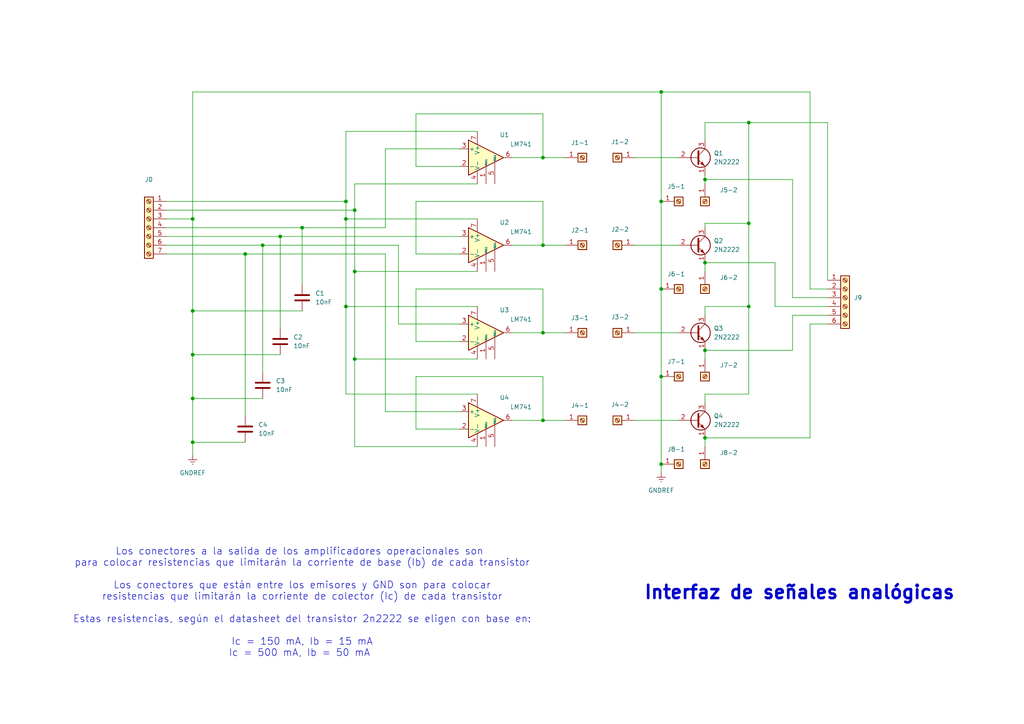
<source format=kicad_sch>
(kicad_sch (version 20250114) (generator "eeschema") (generator_version "9.0")
  (paper "A4")
  (title_block (title "Interfaz analógica") (date "2025-09-15") (company "Digicontrol"))
  (lib_symbols
    (symbol "Amplifier_Operational:LM741" (pin_names (offset 0.127))
      (property "Reference" "U" (at 0 6.35 0))
      (property "Value" "LM741" (at 0 3.81 0))
      (symbol "LM741_0_1"
        (polyline (pts (xy -5.08 5.08) (xy 5.08 0) (xy -5.08 -5.08) (xy -5.08 5.08)) (stroke (width 0.254)) (fill (type background)))
      )
      (symbol "LM741_1_1"
        (pin input line (at -7.62 2.54 0) (length 2.54) (name "+") (number "3"))
        (pin input line (at -7.62 -2.54 0) (length 2.54) (name "-") (number "2"))
        (pin power_in line (at -2.54 7.62 270) (length 3.81) (name "V+") (number "7"))
        (pin power_in line (at -2.54 -7.62 90) (length 3.81) (name "V-") (number "4"))
        (pin no_connect line (at 0 2.54 270) (length 2.54) (hide yes) (name "NC") (number "8"))
        (pin input line (at 0 -7.62 90) (length 5.08) (name "NULL") (number "1"))
        (pin input line (at 2.54 -7.62 90) (length 6.35) (name "NULL") (number "5"))
        (pin output line (at 7.62 0 180) (length 2.54) (name "~") (number "6"))
      )
    )
    (symbol "Connector:Screw_Terminal_01x01" (pin_names (offset 1.016) (hide yes))
      (property "Reference" "J" (at 0 2.54 0))
      (property "Value" "Screw_Terminal_01x01" (at 0 -2.54 0))
      (symbol "Screw_Terminal_01x01_1_1"
        (rectangle (start -1.27 1.27) (end 1.27 -1.27) (stroke (width 0.254)) (fill (type background)))
        (polyline (pts (xy -0.5334 0.3302) (xy 0.3302 -0.508)) (stroke (width 0.1524)))
        (polyline (pts (xy -0.3556 0.508) (xy 0.508 -0.3302)) (stroke (width 0.1524)))
        (circle (center 0 0) (radius 0.635) (stroke (width 0.1524)))
        (pin passive line (at -5.08 0 0) (length 3.81) (name "Pin_1") (number "1"))
      )
    )
    (symbol "Connector:Screw_Terminal_01x06" (pin_names (offset 1.016) (hide yes))
      (property "Reference" "J" (at 0 7.62 0))
      (property "Value" "Screw_Terminal_01x06" (at 0 -10.16 0))
      (symbol "Screw_Terminal_01x06_1_1"
        (rectangle (start -1.27 6.35) (end 1.27 -8.89) (stroke (width 0.254)) (fill (type background)))
        (polyline (pts (xy -0.5334 5.4102) (xy 0.3302 4.572)) (stroke (width 0.1524)))
        (polyline (pts (xy -0.5334 2.8702) (xy 0.3302 2.032)) (stroke (width 0.1524)))
        (polyline (pts (xy -0.5334 0.3302) (xy 0.3302 -0.508)) (stroke (width 0.1524)))
        (polyline (pts (xy -0.5334 -2.2098) (xy 0.3302 -3.048)) (stroke (width 0.1524)))
        (polyline (pts (xy -0.5334 -4.7498) (xy 0.3302 -5.588)) (stroke (width 0.1524)))
        (polyline (pts (xy -0.5334 -7.2898) (xy 0.3302 -8.128)) (stroke (width 0.1524)))
        (polyline (pts (xy -0.3556 5.588) (xy 0.508 4.7498)) (stroke (width 0.1524)))
        (polyline (pts (xy -0.3556 3.048) (xy 0.508 2.2098)) (stroke (width 0.1524)))
        (polyline (pts (xy -0.3556 0.508) (xy 0.508 -0.3302)) (stroke (width 0.1524)))
        (polyline (pts (xy -0.3556 -2.032) (xy 0.508 -2.8702)) (stroke (width 0.1524)))
        (polyline (pts (xy -0.3556 -4.572) (xy 0.508 -5.4102)) (stroke (width 0.1524)))
        (polyline (pts (xy -0.3556 -7.112) (xy 0.508 -7.9502)) (stroke (width 0.1524)))
        (circle (center 0 5.08) (radius 0.635) (stroke (width 0.1524)))
        (circle (center 0 2.54) (radius 0.635) (stroke (width 0.1524)))
        (circle (center 0 0) (radius 0.635) (stroke (width 0.1524)))
        (circle (center 0 -2.54) (radius 0.635) (stroke (width 0.1524)))
        (circle (center 0 -5.08) (radius 0.635) (stroke (width 0.1524)))
        (circle (center 0 -7.62) (radius 0.635) (stroke (width 0.1524)))
        (pin passive line (at -5.08 5.08 0) (length 3.81) (name "Pin_1") (number "1"))
        (pin passive line (at -5.08 2.54 0) (length 3.81) (name "Pin_2") (number "2"))
        (pin passive line (at -5.08 0 0) (length 3.81) (name "Pin_3") (number "3"))
        (pin passive line (at -5.08 -2.54 0) (length 3.81) (name "Pin_4") (number "4"))
        (pin passive line (at -5.08 -5.08 0) (length 3.81) (name "Pin_5") (number "5"))
        (pin passive line (at -5.08 -7.62 0) (length 3.81) (name "Pin_6") (number "6"))
      )
    )
    (symbol "Connector:Screw_Terminal_01x07" (pin_names (offset 1.016) (hide yes))
      (property "Reference" "J0" (at 0 -13.97 0))
      (property "Value" "Screw_Terminal_01x07" (at 0 -11.43 0))
      (symbol "Screw_Terminal_01x07_1_1"
        (rectangle (start -1.27 8.89) (end 1.27 -8.89) (stroke (width 0.254)) (fill (type background)))
        (polyline (pts (xy -0.5334 7.9502) (xy 0.3302 7.112)) (stroke (width 0.1524)))
        (polyline (pts (xy -0.5334 5.4102) (xy 0.3302 4.572)) (stroke (width 0.1524)))
        (polyline (pts (xy -0.5334 2.8702) (xy 0.3302 2.032)) (stroke (width 0.1524)))
        (polyline (pts (xy -0.5334 0.3302) (xy 0.3302 -0.508)) (stroke (width 0.1524)))
        (polyline (pts (xy -0.5334 -2.2098) (xy 0.3302 -3.048)) (stroke (width 0.1524)))
        (polyline (pts (xy -0.5334 -4.7498) (xy 0.3302 -5.588)) (stroke (width 0.1524)))
        (polyline (pts (xy -0.5334 -7.2898) (xy 0.3302 -8.128)) (stroke (width 0.1524)))
        (polyline (pts (xy -0.3556 8.128) (xy 0.508 7.2898)) (stroke (width 0.1524)))
        (polyline (pts (xy -0.3556 5.588) (xy 0.508 4.7498)) (stroke (width 0.1524)))
        (polyline (pts (xy -0.3556 3.048) (xy 0.508 2.2098)) (stroke (width 0.1524)))
        (polyline (pts (xy -0.3556 0.508) (xy 0.508 -0.3302)) (stroke (width 0.1524)))
        (polyline (pts (xy -0.3556 -2.032) (xy 0.508 -2.8702)) (stroke (width 0.1524)))
        (polyline (pts (xy -0.3556 -4.572) (xy 0.508 -5.4102)) (stroke (width 0.1524)))
        (polyline (pts (xy -0.3556 -7.112) (xy 0.508 -7.9502)) (stroke (width 0.1524)))
        (circle (center 0 7.62) (radius 0.635) (stroke (width 0.1524)))
        (circle (center 0 5.08) (radius 0.635) (stroke (width 0.1524)))
        (circle (center 0 2.54) (radius 0.635) (stroke (width 0.1524)))
        (circle (center 0 0) (radius 0.635) (stroke (width 0.1524)))
        (circle (center 0 -2.54) (radius 0.635) (stroke (width 0.1524)))
        (circle (center 0 -5.08) (radius 0.635) (stroke (width 0.1524)))
        (circle (center 0 -7.62) (radius 0.635) (stroke (width 0.1524)))
        (pin passive line (at -5.08 7.62 0) (length 3.81) (name "Pin_7") (number "7"))
        (pin passive line (at -5.08 5.08 0) (length 3.81) (name "Pin_6") (number "6"))
        (pin passive line (at -5.08 2.54 0) (length 3.81) (name "Pin_5") (number "5"))
        (pin passive line (at -5.08 0 0) (length 3.81) (name "Pin_4") (number "4"))
        (pin passive line (at -5.08 -2.54 0) (length 3.81) (name "Pin_3") (number "3"))
        (pin passive line (at -5.08 -5.08 0) (length 3.81) (name "Pin_2") (number "2"))
        (pin passive line (at -5.08 -7.62 0) (length 3.81) (name "Pin_1") (number "1"))
      )
    )
    (symbol "Device:C" (pin_numbers (hide yes)) (pin_names (offset 0.254))
      (property "Reference" "C" (at 0.635 2.54 0))
      (property "Value" "C" (at 0.635 -2.54 0))
      (symbol "C_0_1"
        (polyline (pts (xy -2.032 0.762) (xy 2.032 0.762)) (stroke (width 0.508)))
        (polyline (pts (xy -2.032 -0.762) (xy 2.032 -0.762)) (stroke (width 0.508)))
      )
      (symbol "C_1_1"
        (pin passive line (at 0 3.81 270) (length 2.794) (name "~") (number "1"))
        (pin passive line (at 0 -3.81 90) (length 2.794) (name "~") (number "2"))
      )
    )
    (symbol "Transistor_BJT:2N2219" (pin_names (offset 0) (hide yes))
      (property "Reference" "Q" (at 5.08 1.905 0))
      (property "Value" "2N2219" (at 5.08 0 0))
      (symbol "2N2219_0_1"
        (polyline (pts (xy -2.54 0) (xy 0.635 0)))
        (polyline (pts (xy 0.635 1.905) (xy 0.635 -1.905)) (stroke (width 0.508)))
        (circle (center 1.27 0) (radius 2.8194) (stroke (width 0.254)))
      )
      (symbol "2N2219_1_1"
        (polyline (pts (xy 0.635 0.635) (xy 2.54 2.54)))
        (polyline (pts (xy 0.635 -0.635) (xy 2.54 -2.54)))
        (polyline (pts (xy 1.27 -1.778) (xy 1.778 -1.27) (xy 2.286 -2.286) (xy 1.27 -1.778)) (fill (type outline)))
        (pin input line (at -5.08 0 0) (length 2.54) (name "B") (number "2"))
        (pin passive line (at 2.54 5.08 270) (length 2.54) (name "C") (number "3"))
        (pin passive line (at 2.54 -5.08 90) (length 2.54) (name "E") (number "1"))
      )
    )
    (symbol "power:GNDREF" (power) (pin_numbers (hide yes)) (pin_names (offset 0) (hide yes))
      (property "Value" "GNDREF" (at 0 -3.81 0))
      (symbol "GNDREF_0_1"
        (polyline (pts (xy -0.635 -1.905) (xy 0.635 -1.905)))
        (polyline (pts (xy -0.127 -2.54) (xy 0.127 -2.54)))
        (polyline (pts (xy 0 -1.27) (xy 0 0)))
        (polyline (pts (xy 1.27 -1.27) (xy -1.27 -1.27)))
      )
      (symbol "GNDREF_1_1"
        (pin power_in line (at 0 0 270) (length 0) (name "~") (number "1"))
      )
    )
  )
  (text "Los conectores a la salida de los amplificadores operacionales son \npara colocar resistencias que limitarán la corriente de base (Ib) de cada transistor\n\nLos conectores que están entre los emisores y GND son para colocar\nresistencias que limitarán la corriente de colector (Ic) de cada transistor\n\nEstas resistencias, según el datasheet del transistor 2n2222 se eligen con base en:\n\nIc = 150 mA, Ib = 15 mA\nIc = 500 mA, Ib = 50 mA \n" (at 87.63 174.752 0) (effects (font (size 2.032 2.032))))
  (text "Interfaz de señales analógicas" (at 231.902 171.958 0) (effects (font (size 3.81 3.81) (thickness 0.762) (bold yes))))
  (junction (at 157.48 45.72))
  (junction (at 191.77 83.82))
  (junction (at 217.17 64.77))
  (junction (at 100.33 88.9))
  (junction (at 191.77 26.67))
  (junction (at 55.88 90.17))
  (junction (at 204.47 52.07))
  (junction (at 55.88 102.87))
  (junction (at 102.87 60.96))
  (junction (at 102.87 78.74))
  (junction (at 102.87 104.14))
  (junction (at 191.77 109.22))
  (junction (at 204.47 101.6))
  (junction (at 157.48 71.12))
  (junction (at 55.88 63.5))
  (junction (at 55.88 128.27))
  (junction (at 191.77 134.62))
  (junction (at 217.17 88.9))
  (junction (at 157.48 96.52))
  (junction (at 100.33 63.5))
  (junction (at 191.77 58.42))
  (junction (at 76.2 71.12))
  (junction (at 81.28 68.58))
  (junction (at 87.63 66.04))
  (junction (at 100.33 58.42))
  (junction (at 71.12 73.66))
  (junction (at 204.47 127))
  (junction (at 217.17 35.56))
  (junction (at 55.88 115.57))
  (junction (at 157.48 121.92))
  (junction (at 204.47 76.2))
  (wire (pts (xy 87.63 66.04) (xy 111.76 66.04)))
  (wire (pts (xy 120.65 58.42) (xy 157.48 58.42)))
  (wire (pts (xy 111.76 43.18) (xy 133.35 43.18)))
  (wire (pts (xy 48.26 66.04) (xy 87.63 66.04)))
  (wire (pts (xy 240.03 91.44) (xy 229.87 91.44)))
  (wire (pts (xy 204.47 76.2) (xy 204.47 78.74)))
  (wire (pts (xy 157.48 45.72) (xy 148.59 45.72)))
  (wire (pts (xy 55.88 63.5) (xy 48.26 63.5)))
  (wire (pts (xy 191.77 83.82) (xy 191.77 109.22)))
  (wire (pts (xy 138.43 88.9) (xy 100.33 88.9)))
  (wire (pts (xy 111.76 119.38) (xy 133.35 119.38)))
  (wire (pts (xy 115.57 71.12) (xy 115.57 93.98)))
  (wire (pts (xy 157.48 96.52) (xy 148.59 96.52)))
  (wire (pts (xy 204.47 35.56) (xy 217.17 35.56)))
  (wire (pts (xy 204.47 40.64) (xy 204.47 35.56)))
  (wire (pts (xy 240.03 83.82) (xy 234.95 83.82)))
  (wire (pts (xy 120.65 73.66) (xy 120.65 58.42)))
  (wire (pts (xy 229.87 91.44) (xy 229.87 101.6)))
  (wire (pts (xy 133.35 73.66) (xy 120.65 73.66)))
  (wire (pts (xy 217.17 114.3) (xy 217.17 88.9)))
  (wire (pts (xy 55.88 63.5) (xy 55.88 90.17)))
  (wire (pts (xy 81.28 68.58) (xy 81.28 95.25)))
  (wire (pts (xy 81.28 68.58) (xy 133.35 68.58)))
  (wire (pts (xy 157.48 109.22) (xy 157.48 121.92)))
  (wire (pts (xy 138.43 63.5) (xy 100.33 63.5)))
  (wire (pts (xy 102.87 53.34) (xy 138.43 53.34)))
  (wire (pts (xy 157.48 121.92) (xy 148.59 121.92)))
  (wire (pts (xy 100.33 88.9) (xy 100.33 63.5)))
  (wire (pts (xy 234.95 127) (xy 204.47 127)))
  (wire (pts (xy 120.65 48.26) (xy 120.65 33.02)))
  (wire (pts (xy 234.95 93.98) (xy 234.95 127)))
  (wire (pts (xy 76.2 71.12) (xy 76.2 107.95)))
  (wire (pts (xy 120.65 124.46) (xy 133.35 124.46)))
  (wire (pts (xy 157.48 121.92) (xy 163.83 121.92)))
  (wire (pts (xy 111.76 73.66) (xy 111.76 119.38)))
  (wire (pts (xy 204.47 114.3) (xy 217.17 114.3)))
  (wire (pts (xy 191.77 134.62) (xy 191.77 137.16)))
  (wire (pts (xy 100.33 38.1) (xy 138.43 38.1)))
  (wire (pts (xy 55.88 128.27) (xy 55.88 132.08)))
  (wire (pts (xy 204.47 127) (xy 204.47 129.54)))
  (wire (pts (xy 55.88 115.57) (xy 76.2 115.57)))
  (wire (pts (xy 133.35 48.26) (xy 120.65 48.26)))
  (wire (pts (xy 100.33 58.42) (xy 100.33 38.1)))
  (wire (pts (xy 138.43 104.14) (xy 102.87 104.14)))
  (wire (pts (xy 157.48 33.02) (xy 157.48 45.72)))
  (wire (pts (xy 120.65 99.06) (xy 120.65 83.82)))
  (wire (pts (xy 55.88 128.27) (xy 55.88 115.57)))
  (wire (pts (xy 157.48 45.72) (xy 163.83 45.72)))
  (wire (pts (xy 234.95 26.67) (xy 191.77 26.67)))
  (wire (pts (xy 55.88 26.67) (xy 191.77 26.67)))
  (wire (pts (xy 71.12 73.66) (xy 111.76 73.66)))
  (wire (pts (xy 87.63 66.04) (xy 87.63 82.55)))
  (wire (pts (xy 115.57 93.98) (xy 133.35 93.98)))
  (wire (pts (xy 71.12 128.27) (xy 55.88 128.27)))
  (wire (pts (xy 191.77 26.67) (xy 191.77 58.42)))
  (wire (pts (xy 240.03 35.56) (xy 240.03 81.28)))
  (wire (pts (xy 204.47 50.8) (xy 204.47 52.07)))
  (wire (pts (xy 217.17 35.56) (xy 240.03 35.56)))
  (wire (pts (xy 204.47 101.6) (xy 229.87 101.6)))
  (wire (pts (xy 120.65 83.82) (xy 157.48 83.82)))
  (wire (pts (xy 120.65 33.02) (xy 157.48 33.02)))
  (wire (pts (xy 55.88 90.17) (xy 55.88 102.87)))
  (wire (pts (xy 157.48 71.12) (xy 163.83 71.12)))
  (wire (pts (xy 102.87 53.34) (xy 102.87 60.96)))
  (wire (pts (xy 191.77 109.22) (xy 191.77 134.62)))
  (wire (pts (xy 184.15 96.52) (xy 196.85 96.52)))
  (wire (pts (xy 157.48 96.52) (xy 163.83 96.52)))
  (wire (pts (xy 224.79 76.2) (xy 204.47 76.2)))
  (wire (pts (xy 234.95 83.82) (xy 234.95 26.67)))
  (wire (pts (xy 204.47 91.44) (xy 204.47 88.9)))
  (wire (pts (xy 157.48 83.82) (xy 157.48 96.52)))
  (wire (pts (xy 120.65 99.06) (xy 133.35 99.06)))
  (wire (pts (xy 157.48 58.42) (xy 157.48 71.12)))
  (wire (pts (xy 111.76 43.18) (xy 111.76 66.04)))
  (wire (pts (xy 55.88 102.87) (xy 81.28 102.87)))
  (wire (pts (xy 229.87 52.07) (xy 204.47 52.07)))
  (wire (pts (xy 138.43 78.74) (xy 102.87 78.74)))
  (wire (pts (xy 240.03 88.9) (xy 224.79 88.9)))
  (wire (pts (xy 204.47 101.6) (xy 204.47 104.14)))
  (wire (pts (xy 100.33 63.5) (xy 100.33 58.42)))
  (wire (pts (xy 76.2 71.12) (xy 115.57 71.12)))
  (wire (pts (xy 217.17 88.9) (xy 217.17 64.77)))
  (wire (pts (xy 204.47 52.07) (xy 204.47 53.34)))
  (wire (pts (xy 102.87 60.96) (xy 102.87 78.74)))
  (wire (pts (xy 48.26 60.96) (xy 102.87 60.96)))
  (wire (pts (xy 204.47 66.04) (xy 204.47 64.77)))
  (wire (pts (xy 120.65 124.46) (xy 120.65 109.22)))
  (wire (pts (xy 55.88 115.57) (xy 55.88 102.87)))
  (wire (pts (xy 157.48 71.12) (xy 148.59 71.12)))
  (wire (pts (xy 229.87 86.36) (xy 229.87 52.07)))
  (wire (pts (xy 55.88 90.17) (xy 87.63 90.17)))
  (wire (pts (xy 184.15 45.72) (xy 196.85 45.72)))
  (wire (pts (xy 191.77 58.42) (xy 191.77 83.82)))
  (wire (pts (xy 184.15 71.12) (xy 196.85 71.12)))
  (wire (pts (xy 100.33 88.9) (xy 100.33 114.3)))
  (wire (pts (xy 204.47 64.77) (xy 217.17 64.77)))
  (wire (pts (xy 48.26 71.12) (xy 76.2 71.12)))
  (wire (pts (xy 217.17 64.77) (xy 217.17 35.56)))
  (wire (pts (xy 48.26 73.66) (xy 71.12 73.66)))
  (wire (pts (xy 48.26 58.42) (xy 100.33 58.42)))
  (wire (pts (xy 120.65 109.22) (xy 157.48 109.22)))
  (wire (pts (xy 102.87 129.54) (xy 138.43 129.54)))
  (wire (pts (xy 102.87 129.54) (xy 102.87 104.14)))
  (wire (pts (xy 138.43 114.3) (xy 100.33 114.3)))
  (wire (pts (xy 204.47 88.9) (xy 217.17 88.9)))
  (wire (pts (xy 71.12 73.66) (xy 71.12 120.65)))
  (wire (pts (xy 240.03 93.98) (xy 234.95 93.98)))
  (wire (pts (xy 224.79 88.9) (xy 224.79 76.2)))
  (wire (pts (xy 184.15 121.92) (xy 196.85 121.92)))
  (wire (pts (xy 48.26 68.58) (xy 81.28 68.58)))
  (wire (pts (xy 204.47 116.84) (xy 204.47 114.3)))
  (wire (pts (xy 102.87 78.74) (xy 102.87 104.14)))
  (wire (pts (xy 240.03 86.36) (xy 229.87 86.36)))
  (wire (pts (xy 55.88 63.5) (xy 55.88 26.67)))
  (symbol (lib_id "Connector:Screw_Terminal_01x01") (at 204.47 83.82 270) (unit 1)
    (property "Reference" "J6-2" (at 208.788 80.518 90) (effects (justify left)))
    (property "Value" "Screw_Terminal_01x01" (effects (hide yes)))
    (property "Description" "Generic screw terminal, single row, 01x01, script generated (kicad-library-utils/schlib/autogen/connector/)" (effects (hide yes)))
  )
  (symbol (lib_id "Connector:Screw_Terminal_01x01") (at 204.47 109.22 270) (unit 1)
    (property "Reference" "J7-2" (at 208.788 105.918 90) (effects (justify left)))
    (property "Value" "Screw_Terminal_01x01" (effects (hide yes)))
    (property "Description" "Generic screw terminal, single row, 01x01, script generated (kicad-library-utils/schlib/autogen/connector/)" (effects (hide yes)))
  )
  (symbol (lib_id "Device:C") (at 76.2 111.76 0) (unit 1)
    (property "Reference" "C3" (at 80.01 110.4899 0) (effects (justify left)))
    (property "Value" "10nF" (at 80.01 113.0299 0) (effects (justify left)))
    (property "Description" "Unpolarized capacitor" (effects (hide yes)))
  )
  (symbol (lib_id "Connector:Screw_Terminal_01x01") (at 168.91 96.52 0) (unit 1)
    (property "Reference" "J3-1" (at 165.608 92.202 0) (effects (justify left)))
    (property "Value" "Screw_Terminal_01x01" (effects (hide yes)))
    (property "Description" "Generic screw terminal, single row, 01x01, script generated (kicad-library-utils/schlib/autogen/connector/)" (effects (hide yes)))
  )
  (symbol (lib_id "Amplifier_Operational:LM741") (at 140.97 121.92 0) (unit 1)
    (property "Reference" "U4" (at 146.304 115.316 0))
    (property "Value" "LM741" (at 151.13 118.0398 0))
    (property "Datasheet" "http://www.ti.com/lit/ds/symlink/lm741.pdf" (effects (hide yes)))
    (property "Description" "Operational Amplifier, DIP-8/TO-99-8" (effects (hide yes)))
  )
  (symbol (lib_id "Amplifier_Operational:LM741") (at 140.97 71.12 0) (unit 1)
    (property "Reference" "U2" (at 146.304 64.516 0))
    (property "Value" "LM741" (at 151.13 67.2398 0))
    (property "Datasheet" "http://www.ti.com/lit/ds/symlink/lm741.pdf" (effects (hide yes)))
    (property "Description" "Operational Amplifier, DIP-8/TO-99-8" (effects (hide yes)))
  )
  (symbol (lib_id "Connector:Screw_Terminal_01x01") (at 196.85 109.22 0) (unit 1)
    (property "Reference" "J7-1" (at 193.548 104.902 0) (effects (justify left)))
    (property "Value" "Screw_Terminal_01x01" (effects (hide yes)))
    (property "Description" "Generic screw terminal, single row, 01x01, script generated (kicad-library-utils/schlib/autogen/connector/)" (effects (hide yes)))
  )
  (symbol (lib_id "Transistor_BJT:2N2219") (at 201.93 71.12 0) (unit 1)
    (property "Reference" "Q2" (at 207.01 69.8499 0) (effects (justify left)))
    (property "Value" "2N2222" (at 207.01 72.3899 0) (effects (justify left)))
    (property "Footprint" "Package_TO_SOT_THT:TO-39-3" (effects (hide yes)))
    (property "Datasheet" "https://c1555f5ec9.clvaw-cdnwnd.com/34662fcf1f1e607c561442431023ac8e/200011808-07af607af8/2N2222%20Datasheet%20-%202.pdf" (effects (hide yes)))
    (property "Description" "800mA Ic, 50V Vce, NPN Transistor, TO-39" (effects (hide yes)))
  )
  (symbol (lib_id "Connector:Screw_Terminal_01x01") (at 196.85 83.82 0) (unit 1)
    (property "Reference" "J6-1" (at 193.548 79.502 0) (effects (justify left)))
    (property "Value" "Screw_Terminal_01x01" (effects (hide yes)))
    (property "Description" "Generic screw terminal, single row, 01x01, script generated (kicad-library-utils/schlib/autogen/connector/)" (effects (hide yes)))
  )
  (symbol (lib_id "Connector:Screw_Terminal_01x01") (at 196.85 134.62 0) (unit 1)
    (property "Reference" "J8-1" (at 193.548 130.302 0) (effects (justify left)))
    (property "Value" "Screw_Terminal_01x01" (effects (hide yes)))
    (property "Description" "Generic screw terminal, single row, 01x01, script generated (kicad-library-utils/schlib/autogen/connector/)" (effects (hide yes)))
  )
  (symbol (lib_id "Connector:Screw_Terminal_01x07") (at 43.18 66.04 180) (unit 1)
    (property "Reference" "J0" (at 43.18 52.07 0))
    (property "Value" "Screw_Terminal_01x07" (effects (hide yes)))
    (property "Description" "Generic screw terminal, single row, 01x07, script generated (kicad-library-utils/schlib/autogen/connector/)" (effects (hide yes)))
  )
  (symbol (lib_id "Connector:Screw_Terminal_01x01") (at 168.91 71.12 0) (unit 1)
    (property "Reference" "J2-1" (at 165.608 66.802 0) (effects (justify left)))
    (property "Value" "Screw_Terminal_01x01" (effects (hide yes)))
    (property "Description" "Generic screw terminal, single row, 01x01, script generated (kicad-library-utils/schlib/autogen/connector/)" (effects (hide yes)))
  )
  (symbol (lib_id "power:GNDREF") (at 55.88 132.08 0) (unit 1)
    (property "Reference" "#PWR01" (effects (hide yes)))
    (property "Value" "GNDREF" (at 55.88 137.16 0))
    (property "Description" "Power symbol creates a global label with name \"GNDREF\" , reference supply ground" (effects (hide yes)))
  )
  (symbol (lib_id "Amplifier_Operational:LM741") (at 140.97 96.52 0) (unit 1)
    (property "Reference" "U3" (at 146.304 89.916 0))
    (property "Value" "LM741" (at 151.13 92.6398 0))
    (property "Datasheet" "http://www.ti.com/lit/ds/symlink/lm741.pdf" (effects (hide yes)))
    (property "Description" "Operational Amplifier, DIP-8/TO-99-8" (effects (hide yes)))
  )
  (symbol (lib_id "Connector:Screw_Terminal_01x06") (at 245.11 86.36 0) (unit 1)
    (property "Reference" "J9" (at 247.65 86.3599 0) (effects (justify left)))
    (property "Value" "Screw_Terminal_01x06" (effects (hide yes)))
    (property "Description" "Generic screw terminal, single row, 01x06, script generated (kicad-library-utils/schlib/autogen/connector/)" (effects (hide yes)))
  )
  (symbol (lib_id "Connector:Screw_Terminal_01x01") (at 168.91 121.92 0) (unit 1)
    (property "Reference" "J4-1" (at 165.608 117.602 0) (effects (justify left)))
    (property "Value" "Screw_Terminal_01x01" (effects (hide yes)))
    (property "Description" "Generic screw terminal, single row, 01x01, script generated (kicad-library-utils/schlib/autogen/connector/)" (effects (hide yes)))
  )
  (symbol (lib_id "Transistor_BJT:2N2219") (at 201.93 121.92 0) (unit 1)
    (property "Reference" "Q4" (at 207.01 120.6499 0) (effects (justify left)))
    (property "Value" "2N2222" (at 207.01 123.1899 0) (effects (justify left)))
    (property "Footprint" "Package_TO_SOT_THT:TO-39-3" (effects (hide yes)))
    (property "Datasheet" "https://c1555f5ec9.clvaw-cdnwnd.com/34662fcf1f1e607c561442431023ac8e/200011808-07af607af8/2N2222%20Datasheet%20-%202.pdf" (effects (hide yes)))
    (property "Description" "800mA Ic, 50V Vce, NPN Transistor, TO-39" (effects (hide yes)))
  )
  (symbol (lib_id "Connector:Screw_Terminal_01x01") (at 204.47 58.42 270) (unit 1)
    (property "Reference" "J5-2" (at 208.788 55.118 90) (effects (justify left)))
    (property "Value" "Screw_Terminal_01x01" (effects (hide yes)))
    (property "Description" "Generic screw terminal, single row, 01x01, script generated (kicad-library-utils/schlib/autogen/connector/)" (effects (hide yes)))
  )
  (symbol (lib_id "power:GNDREF") (at 191.77 137.16 0) (unit 1)
    (property "Reference" "#PWR02" (effects (hide yes)))
    (property "Value" "GNDREF" (at 191.77 142.24 0))
    (property "Description" "Power symbol creates a global label with name \"GNDREF\" , reference supply ground" (effects (hide yes)))
  )
  (symbol (lib_id "Connector:Screw_Terminal_01x01") (at 179.07 96.52 180) (unit 1)
    (property "Reference" "J3-2" (at 179.832 91.948 0))
    (property "Value" "Screw_Terminal_01x01" (effects (hide yes)))
    (property "Description" "Generic screw terminal, single row, 01x01, script generated (kicad-library-utils/schlib/autogen/connector/)" (effects (hide yes)))
  )
  (symbol (lib_id "Connector:Screw_Terminal_01x01") (at 179.07 121.92 180) (unit 1)
    (property "Reference" "J4-2" (at 179.832 117.348 0))
    (property "Value" "Screw_Terminal_01x01" (effects (hide yes)))
    (property "Description" "Generic screw terminal, single row, 01x01, script generated (kicad-library-utils/schlib/autogen/connector/)" (effects (hide yes)))
  )
  (symbol (lib_id "Connector:Screw_Terminal_01x01") (at 204.47 134.62 270) (unit 1)
    (property "Reference" "J8-2" (at 208.788 131.318 90) (effects (justify left)))
    (property "Value" "Screw_Terminal_01x01" (effects (hide yes)))
    (property "Description" "Generic screw terminal, single row, 01x01, script generated (kicad-library-utils/schlib/autogen/connector/)" (effects (hide yes)))
  )
  (symbol (lib_id "Connector:Screw_Terminal_01x01") (at 179.07 45.72 180) (unit 1)
    (property "Reference" "J1-2" (at 179.832 41.148 0))
    (property "Value" "Screw_Terminal_01x01" (effects (hide yes)))
    (property "Description" "Generic screw terminal, single row, 01x01, script generated (kicad-library-utils/schlib/autogen/connector/)" (effects (hide yes)))
  )
  (symbol (lib_id "Connector:Screw_Terminal_01x01") (at 196.85 58.42 0) (unit 1)
    (property "Reference" "J5-1" (at 193.548 54.102 0) (effects (justify left)))
    (property "Value" "Screw_Terminal_01x01" (effects (hide yes)))
    (property "Description" "Generic screw terminal, single row, 01x01, script generated (kicad-library-utils/schlib/autogen/connector/)" (effects (hide yes)))
  )
  (symbol (lib_id "Device:C") (at 71.12 124.46 0) (unit 1)
    (property "Reference" "C4" (at 74.93 123.1899 0) (effects (justify left)))
    (property "Value" "10nF" (at 74.93 125.7299 0) (effects (justify left)))
    (property "Description" "Unpolarized capacitor" (effects (hide yes)))
  )
  (symbol (lib_id "Device:C") (at 87.63 86.36 0) (unit 1)
    (property "Reference" "C1" (at 91.44 85.0899 0) (effects (justify left)))
    (property "Value" "10nF" (at 91.44 87.6299 0) (effects (justify left)))
    (property "Description" "Unpolarized capacitor" (effects (hide yes)))
  )
  (symbol (lib_id "Device:C") (at 81.28 99.06 0) (unit 1)
    (property "Reference" "C2" (at 85.09 97.7899 0) (effects (justify left)))
    (property "Value" "10nF" (at 85.09 100.3299 0) (effects (justify left)))
    (property "Description" "Unpolarized capacitor" (effects (hide yes)))
  )
  (symbol (lib_id "Amplifier_Operational:LM741") (at 140.97 45.72 0) (unit 1)
    (property "Reference" "U1" (at 146.304 39.116 0))
    (property "Value" "LM741" (at 151.13 41.8398 0))
    (property "Datasheet" "http://www.ti.com/lit/ds/symlink/lm741.pdf" (effects (hide yes)))
    (property "Description" "Operational Amplifier, DIP-8/TO-99-8" (effects (hide yes)))
  )
  (symbol (lib_id "Connector:Screw_Terminal_01x01") (at 179.07 71.12 180) (unit 1)
    (property "Reference" "J2-2" (at 179.832 66.548 0))
    (property "Value" "Screw_Terminal_01x01" (effects (hide yes)))
    (property "Description" "Generic screw terminal, single row, 01x01, script generated (kicad-library-utils/schlib/autogen/connector/)" (effects (hide yes)))
  )
  (symbol (lib_id "Transistor_BJT:2N2219") (at 201.93 96.52 0) (unit 1)
    (property "Reference" "Q3" (at 207.01 95.2499 0) (effects (justify left)))
    (property "Value" "2N2222" (at 207.01 97.7899 0) (effects (justify left)))
    (property "Footprint" "Package_TO_SOT_THT:TO-39-3" (effects (hide yes)))
    (property "Datasheet" "https://c1555f5ec9.clvaw-cdnwnd.com/34662fcf1f1e607c561442431023ac8e/200011808-07af607af8/2N2222%20Datasheet%20-%202.pdf" (effects (hide yes)))
    (property "Description" "800mA Ic, 50V Vce, NPN Transistor, TO-39" (effects (hide yes)))
  )
  (symbol (lib_id "Transistor_BJT:2N2219") (at 201.93 45.72 0) (unit 1)
    (property "Reference" "Q1" (at 207.01 44.4499 0) (effects (justify left)))
    (property "Value" "2N2222" (at 207.01 46.9899 0) (effects (justify left)))
    (property "Footprint" "Package_TO_SOT_THT:TO-39-3" (effects (hide yes)))
    (property "Datasheet" "https://c1555f5ec9.clvaw-cdnwnd.com/34662fcf1f1e607c561442431023ac8e/200011808-07af607af8/2N2222%20Datasheet%20-%202.pdf" (effects (hide yes)))
    (property "Description" "800mA Ic, 50V Vce, NPN Transistor, TO-39" (effects (hide yes)))
  )
  (symbol (lib_id "Connector:Screw_Terminal_01x01") (at 168.91 45.72 0) (unit 1)
    (property "Reference" "J1-1" (at 165.608 41.402 0) (effects (justify left)))
    (property "Value" "Screw_Terminal_01x01" (effects (hide yes)))
    (property "Description" "Generic screw terminal, single row, 01x01, script generated (kicad-library-utils/schlib/autogen/connector/)" (effects (hide yes)))
  )
)
</source>
